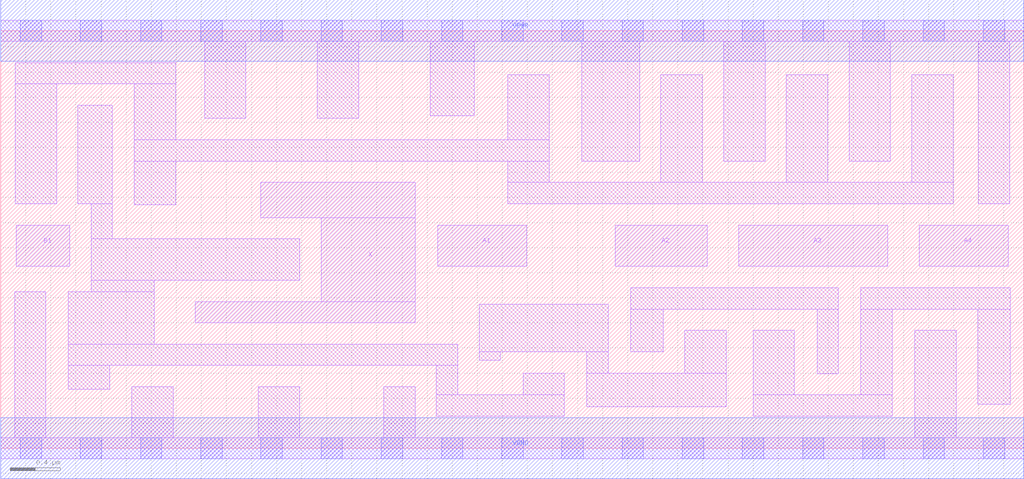
<source format=lef>
# Copyright 2020 The SkyWater PDK Authors
#
# Licensed under the Apache License, Version 2.0 (the "License");
# you may not use this file except in compliance with the License.
# You may obtain a copy of the License at
#
#     https://www.apache.org/licenses/LICENSE-2.0
#
# Unless required by applicable law or agreed to in writing, software
# distributed under the License is distributed on an "AS IS" BASIS,
# WITHOUT WARRANTIES OR CONDITIONS OF ANY KIND, either express or implied.
# See the License for the specific language governing permissions and
# limitations under the License.
#
# SPDX-License-Identifier: Apache-2.0

VERSION 5.5 ;
NAMESCASESENSITIVE ON ;
BUSBITCHARS "[]" ;
DIVIDERCHAR "/" ;
MACRO sky130_fd_sc_ls__a41o_4
  CLASS CORE ;
  SOURCE USER ;
  ORIGIN  0.000000  0.000000 ;
  SIZE  8.160000 BY  3.330000 ;
  SYMMETRY X Y ;
  SITE unit ;
  PIN A1
    ANTENNAGATEAREA  0.522000 ;
    DIRECTION INPUT ;
    USE SIGNAL ;
    PORT
      LAYER li1 ;
        RECT 3.485000 1.450000 4.195000 1.780000 ;
    END
  END A1
  PIN A2
    ANTENNAGATEAREA  0.522000 ;
    DIRECTION INPUT ;
    USE SIGNAL ;
    PORT
      LAYER li1 ;
        RECT 4.900000 1.450000 5.635000 1.780000 ;
    END
  END A2
  PIN A3
    ANTENNAGATEAREA  0.522000 ;
    DIRECTION INPUT ;
    USE SIGNAL ;
    PORT
      LAYER li1 ;
        RECT 5.885000 1.450000 7.075000 1.780000 ;
    END
  END A3
  PIN A4
    ANTENNAGATEAREA  0.522000 ;
    DIRECTION INPUT ;
    USE SIGNAL ;
    PORT
      LAYER li1 ;
        RECT 7.325000 1.450000 8.035000 1.780000 ;
    END
  END A4
  PIN B1
    ANTENNAGATEAREA  0.522000 ;
    DIRECTION INPUT ;
    USE SIGNAL ;
    PORT
      LAYER li1 ;
        RECT 0.125000 1.450000 0.550000 1.780000 ;
    END
  END B1
  PIN X
    ANTENNADIFFAREA  1.086400 ;
    DIRECTION OUTPUT ;
    USE SIGNAL ;
    PORT
      LAYER li1 ;
        RECT 1.550000 1.000000 3.305000 1.170000 ;
        RECT 2.075000 1.840000 3.305000 2.120000 ;
        RECT 2.555000 1.170000 3.305000 1.840000 ;
    END
  END X
  PIN VGND
    DIRECTION INOUT ;
    SHAPE ABUTMENT ;
    USE GROUND ;
    PORT
      LAYER met1 ;
        RECT 0.000000 -0.245000 8.160000 0.245000 ;
    END
  END VGND
  PIN VPWR
    DIRECTION INOUT ;
    SHAPE ABUTMENT ;
    USE POWER ;
    PORT
      LAYER met1 ;
        RECT 0.000000 3.085000 8.160000 3.575000 ;
    END
  END VPWR
  OBS
    LAYER li1 ;
      RECT 0.000000 -0.085000 8.160000 0.085000 ;
      RECT 0.000000  3.245000 8.160000 3.415000 ;
      RECT 0.110000  0.085000 0.360000 1.250000 ;
      RECT 0.115000  1.950000 0.445000 2.905000 ;
      RECT 0.115000  2.905000 1.395000 3.075000 ;
      RECT 0.540000  0.470000 0.870000 0.660000 ;
      RECT 0.540000  0.660000 3.645000 0.830000 ;
      RECT 0.540000  0.830000 1.225000 1.250000 ;
      RECT 0.615000  1.950000 0.890000 2.735000 ;
      RECT 0.720000  1.250000 1.225000 1.340000 ;
      RECT 0.720000  1.340000 2.385000 1.670000 ;
      RECT 0.720000  1.670000 0.890000 1.950000 ;
      RECT 1.045000  0.085000 1.375000 0.490000 ;
      RECT 1.065000  1.940000 1.395000 2.290000 ;
      RECT 1.065000  2.290000 4.375000 2.460000 ;
      RECT 1.065000  2.460000 1.395000 2.905000 ;
      RECT 1.625000  2.630000 1.955000 3.245000 ;
      RECT 2.055000  0.085000 2.385000 0.490000 ;
      RECT 2.525000  2.630000 2.855000 3.245000 ;
      RECT 3.055000  0.085000 3.305000 0.490000 ;
      RECT 3.425000  2.650000 3.775000 3.245000 ;
      RECT 3.475000  0.255000 4.495000 0.425000 ;
      RECT 3.475000  0.425000 3.645000 0.660000 ;
      RECT 3.815000  0.700000 3.985000 0.770000 ;
      RECT 3.815000  0.770000 4.845000 1.150000 ;
      RECT 4.045000  1.950000 7.595000 2.120000 ;
      RECT 4.045000  2.120000 4.375000 2.290000 ;
      RECT 4.045000  2.460000 4.375000 2.980000 ;
      RECT 4.165000  0.425000 4.495000 0.600000 ;
      RECT 4.635000  2.290000 5.095000 3.245000 ;
      RECT 4.675000  0.330000 5.785000 0.600000 ;
      RECT 4.675000  0.600000 4.845000 0.770000 ;
      RECT 5.025000  0.770000 5.285000 1.110000 ;
      RECT 5.025000  1.110000 6.680000 1.280000 ;
      RECT 5.265000  2.120000 5.595000 2.980000 ;
      RECT 5.455000  0.600000 5.785000 0.940000 ;
      RECT 5.765000  2.290000 6.095000 3.245000 ;
      RECT 6.000000  0.255000 7.110000 0.425000 ;
      RECT 6.000000  0.425000 6.330000 0.940000 ;
      RECT 6.265000  2.120000 6.595000 2.980000 ;
      RECT 6.510000  0.595000 6.680000 1.110000 ;
      RECT 6.765000  2.290000 7.095000 3.245000 ;
      RECT 6.860000  0.425000 7.110000 1.110000 ;
      RECT 6.860000  1.110000 8.050000 1.280000 ;
      RECT 7.265000  2.120000 7.595000 2.980000 ;
      RECT 7.290000  0.085000 7.620000 0.940000 ;
      RECT 7.790000  0.350000 8.050000 1.110000 ;
      RECT 7.795000  1.950000 8.045000 3.245000 ;
    LAYER mcon ;
      RECT 0.155000 -0.085000 0.325000 0.085000 ;
      RECT 0.155000  3.245000 0.325000 3.415000 ;
      RECT 0.635000 -0.085000 0.805000 0.085000 ;
      RECT 0.635000  3.245000 0.805000 3.415000 ;
      RECT 1.115000 -0.085000 1.285000 0.085000 ;
      RECT 1.115000  3.245000 1.285000 3.415000 ;
      RECT 1.595000 -0.085000 1.765000 0.085000 ;
      RECT 1.595000  3.245000 1.765000 3.415000 ;
      RECT 2.075000 -0.085000 2.245000 0.085000 ;
      RECT 2.075000  3.245000 2.245000 3.415000 ;
      RECT 2.555000 -0.085000 2.725000 0.085000 ;
      RECT 2.555000  3.245000 2.725000 3.415000 ;
      RECT 3.035000 -0.085000 3.205000 0.085000 ;
      RECT 3.035000  3.245000 3.205000 3.415000 ;
      RECT 3.515000 -0.085000 3.685000 0.085000 ;
      RECT 3.515000  3.245000 3.685000 3.415000 ;
      RECT 3.995000 -0.085000 4.165000 0.085000 ;
      RECT 3.995000  3.245000 4.165000 3.415000 ;
      RECT 4.475000 -0.085000 4.645000 0.085000 ;
      RECT 4.475000  3.245000 4.645000 3.415000 ;
      RECT 4.955000 -0.085000 5.125000 0.085000 ;
      RECT 4.955000  3.245000 5.125000 3.415000 ;
      RECT 5.435000 -0.085000 5.605000 0.085000 ;
      RECT 5.435000  3.245000 5.605000 3.415000 ;
      RECT 5.915000 -0.085000 6.085000 0.085000 ;
      RECT 5.915000  3.245000 6.085000 3.415000 ;
      RECT 6.395000 -0.085000 6.565000 0.085000 ;
      RECT 6.395000  3.245000 6.565000 3.415000 ;
      RECT 6.875000 -0.085000 7.045000 0.085000 ;
      RECT 6.875000  3.245000 7.045000 3.415000 ;
      RECT 7.355000 -0.085000 7.525000 0.085000 ;
      RECT 7.355000  3.245000 7.525000 3.415000 ;
      RECT 7.835000 -0.085000 8.005000 0.085000 ;
      RECT 7.835000  3.245000 8.005000 3.415000 ;
  END
END sky130_fd_sc_ls__a41o_4

</source>
